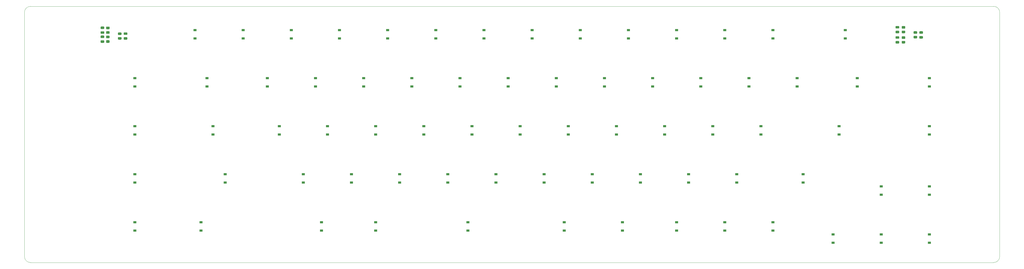
<source format=gbr>
%TF.GenerationSoftware,KiCad,Pcbnew,(5.1.9)-1*%
%TF.CreationDate,2021-05-06T09:00:53-07:00*%
%TF.ProjectId,USKB Final,55534b42-2046-4696-9e61-6c2e6b696361,rev?*%
%TF.SameCoordinates,Original*%
%TF.FileFunction,Paste,Bot*%
%TF.FilePolarity,Positive*%
%FSLAX46Y46*%
G04 Gerber Fmt 4.6, Leading zero omitted, Abs format (unit mm)*
G04 Created by KiCad (PCBNEW (5.1.9)-1) date 2021-05-06 09:00:53*
%MOMM*%
%LPD*%
G01*
G04 APERTURE LIST*
%TA.AperFunction,Profile*%
%ADD10C,0.050000*%
%TD*%
%ADD11R,1.200000X0.900000*%
G04 APERTURE END LIST*
D10*
X19050000Y-25400000D02*
X400050000Y-25400000D01*
X19050000Y-127000000D02*
X19843750Y-127000000D01*
X19050000Y-127000000D02*
G75*
G02*
X16668750Y-124618750I0J2381250D01*
G01*
X16668750Y-27781250D02*
X16668750Y-124618750D01*
X16668750Y-27781250D02*
G75*
G02*
X19050000Y-25400000I2381250J0D01*
G01*
X400050000Y-127000000D02*
X19843750Y-127000000D01*
X402431250Y-124618750D02*
G75*
G02*
X400050000Y-127000000I-2381250J0D01*
G01*
X402431250Y-27781250D02*
X402431250Y-124618750D01*
X400050000Y-25400000D02*
G75*
G02*
X402431250Y-27781250I0J-2381250D01*
G01*
%TO.C,R1*%
G36*
G01*
X363912998Y-35039250D02*
X364813002Y-35039250D01*
G75*
G02*
X365063000Y-35289248I0J-249998D01*
G01*
X365063000Y-35814252D01*
G75*
G02*
X364813002Y-36064250I-249998J0D01*
G01*
X363912998Y-36064250D01*
G75*
G02*
X363663000Y-35814252I0J249998D01*
G01*
X363663000Y-35289248D01*
G75*
G02*
X363912998Y-35039250I249998J0D01*
G01*
G37*
G36*
G01*
X363912998Y-33214250D02*
X364813002Y-33214250D01*
G75*
G02*
X365063000Y-33464248I0J-249998D01*
G01*
X365063000Y-33989252D01*
G75*
G02*
X364813002Y-34239250I-249998J0D01*
G01*
X363912998Y-34239250D01*
G75*
G02*
X363663000Y-33989252I0J249998D01*
G01*
X363663000Y-33464248D01*
G75*
G02*
X363912998Y-33214250I249998J0D01*
G01*
G37*
%TD*%
%TO.C,R2*%
G36*
G01*
X364813002Y-38303250D02*
X363912998Y-38303250D01*
G75*
G02*
X363663000Y-38053252I0J249998D01*
G01*
X363663000Y-37528248D01*
G75*
G02*
X363912998Y-37278250I249998J0D01*
G01*
X364813002Y-37278250D01*
G75*
G02*
X365063000Y-37528248I0J-249998D01*
G01*
X365063000Y-38053252D01*
G75*
G02*
X364813002Y-38303250I-249998J0D01*
G01*
G37*
G36*
G01*
X364813002Y-40128250D02*
X363912998Y-40128250D01*
G75*
G02*
X363663000Y-39878252I0J249998D01*
G01*
X363663000Y-39353248D01*
G75*
G02*
X363912998Y-39103250I249998J0D01*
G01*
X364813002Y-39103250D01*
G75*
G02*
X365063000Y-39353248I0J-249998D01*
G01*
X365063000Y-39878252D01*
G75*
G02*
X364813002Y-40128250I-249998J0D01*
G01*
G37*
%TD*%
%TO.C,R3*%
G36*
G01*
X368611998Y-37094750D02*
X369512002Y-37094750D01*
G75*
G02*
X369762000Y-37344748I0J-249998D01*
G01*
X369762000Y-37869752D01*
G75*
G02*
X369512002Y-38119750I-249998J0D01*
G01*
X368611998Y-38119750D01*
G75*
G02*
X368362000Y-37869752I0J249998D01*
G01*
X368362000Y-37344748D01*
G75*
G02*
X368611998Y-37094750I249998J0D01*
G01*
G37*
G36*
G01*
X368611998Y-35269750D02*
X369512002Y-35269750D01*
G75*
G02*
X369762000Y-35519748I0J-249998D01*
G01*
X369762000Y-36044752D01*
G75*
G02*
X369512002Y-36294750I-249998J0D01*
G01*
X368611998Y-36294750D01*
G75*
G02*
X368362000Y-36044752I0J249998D01*
G01*
X368362000Y-35519748D01*
G75*
G02*
X368611998Y-35269750I249998J0D01*
G01*
G37*
%TD*%
%TO.C,C3*%
G36*
G01*
X371823000Y-36287250D02*
X370873000Y-36287250D01*
G75*
G02*
X370623000Y-36037250I0J250000D01*
G01*
X370623000Y-35537250D01*
G75*
G02*
X370873000Y-35287250I250000J0D01*
G01*
X371823000Y-35287250D01*
G75*
G02*
X372073000Y-35537250I0J-250000D01*
G01*
X372073000Y-36037250D01*
G75*
G02*
X371823000Y-36287250I-250000J0D01*
G01*
G37*
G36*
G01*
X371823000Y-38187250D02*
X370873000Y-38187250D01*
G75*
G02*
X370623000Y-37937250I0J250000D01*
G01*
X370623000Y-37437250D01*
G75*
G02*
X370873000Y-37187250I250000J0D01*
G01*
X371823000Y-37187250D01*
G75*
G02*
X372073000Y-37437250I0J-250000D01*
G01*
X372073000Y-37937250D01*
G75*
G02*
X371823000Y-38187250I-250000J0D01*
G01*
G37*
%TD*%
%TO.C,C2*%
G36*
G01*
X361475000Y-39153250D02*
X362425000Y-39153250D01*
G75*
G02*
X362675000Y-39403250I0J-250000D01*
G01*
X362675000Y-39903250D01*
G75*
G02*
X362425000Y-40153250I-250000J0D01*
G01*
X361475000Y-40153250D01*
G75*
G02*
X361225000Y-39903250I0J250000D01*
G01*
X361225000Y-39403250D01*
G75*
G02*
X361475000Y-39153250I250000J0D01*
G01*
G37*
G36*
G01*
X361475000Y-37253250D02*
X362425000Y-37253250D01*
G75*
G02*
X362675000Y-37503250I0J-250000D01*
G01*
X362675000Y-38003250D01*
G75*
G02*
X362425000Y-38253250I-250000J0D01*
G01*
X361475000Y-38253250D01*
G75*
G02*
X361225000Y-38003250I0J250000D01*
G01*
X361225000Y-37503250D01*
G75*
G02*
X361475000Y-37253250I250000J0D01*
G01*
G37*
%TD*%
%TO.C,C1*%
G36*
G01*
X362425000Y-34189250D02*
X361475000Y-34189250D01*
G75*
G02*
X361225000Y-33939250I0J250000D01*
G01*
X361225000Y-33439250D01*
G75*
G02*
X361475000Y-33189250I250000J0D01*
G01*
X362425000Y-33189250D01*
G75*
G02*
X362675000Y-33439250I0J-250000D01*
G01*
X362675000Y-33939250D01*
G75*
G02*
X362425000Y-34189250I-250000J0D01*
G01*
G37*
G36*
G01*
X362425000Y-36089250D02*
X361475000Y-36089250D01*
G75*
G02*
X361225000Y-35839250I0J250000D01*
G01*
X361225000Y-35339250D01*
G75*
G02*
X361475000Y-35089250I250000J0D01*
G01*
X362425000Y-35089250D01*
G75*
G02*
X362675000Y-35339250I0J-250000D01*
G01*
X362675000Y-35839250D01*
G75*
G02*
X362425000Y-36089250I-250000J0D01*
G01*
G37*
%TD*%
%TO.C,R6*%
G36*
G01*
X53905998Y-37579250D02*
X54806002Y-37579250D01*
G75*
G02*
X55056000Y-37829248I0J-249998D01*
G01*
X55056000Y-38354252D01*
G75*
G02*
X54806002Y-38604250I-249998J0D01*
G01*
X53905998Y-38604250D01*
G75*
G02*
X53656000Y-38354252I0J249998D01*
G01*
X53656000Y-37829248D01*
G75*
G02*
X53905998Y-37579250I249998J0D01*
G01*
G37*
G36*
G01*
X53905998Y-35754250D02*
X54806002Y-35754250D01*
G75*
G02*
X55056000Y-36004248I0J-249998D01*
G01*
X55056000Y-36529252D01*
G75*
G02*
X54806002Y-36779250I-249998J0D01*
G01*
X53905998Y-36779250D01*
G75*
G02*
X53656000Y-36529252I0J249998D01*
G01*
X53656000Y-36004248D01*
G75*
G02*
X53905998Y-35754250I249998J0D01*
G01*
G37*
%TD*%
%TO.C,R5*%
G36*
G01*
X50101922Y-38044170D02*
X49201918Y-38044170D01*
G75*
G02*
X48951920Y-37794172I0J249998D01*
G01*
X48951920Y-37269168D01*
G75*
G02*
X49201918Y-37019170I249998J0D01*
G01*
X50101922Y-37019170D01*
G75*
G02*
X50351920Y-37269168I0J-249998D01*
G01*
X50351920Y-37794172D01*
G75*
G02*
X50101922Y-38044170I-249998J0D01*
G01*
G37*
G36*
G01*
X50101922Y-39869170D02*
X49201918Y-39869170D01*
G75*
G02*
X48951920Y-39619172I0J249998D01*
G01*
X48951920Y-39094168D01*
G75*
G02*
X49201918Y-38844170I249998J0D01*
G01*
X50101922Y-38844170D01*
G75*
G02*
X50351920Y-39094168I0J-249998D01*
G01*
X50351920Y-39619172D01*
G75*
G02*
X50101922Y-39869170I-249998J0D01*
G01*
G37*
%TD*%
%TO.C,R4*%
G36*
G01*
X49201918Y-35267850D02*
X50101922Y-35267850D01*
G75*
G02*
X50351920Y-35517848I0J-249998D01*
G01*
X50351920Y-36042852D01*
G75*
G02*
X50101922Y-36292850I-249998J0D01*
G01*
X49201918Y-36292850D01*
G75*
G02*
X48951920Y-36042852I0J249998D01*
G01*
X48951920Y-35517848D01*
G75*
G02*
X49201918Y-35267850I249998J0D01*
G01*
G37*
G36*
G01*
X49201918Y-33442850D02*
X50101922Y-33442850D01*
G75*
G02*
X50351920Y-33692848I0J-249998D01*
G01*
X50351920Y-34217852D01*
G75*
G02*
X50101922Y-34467850I-249998J0D01*
G01*
X49201918Y-34467850D01*
G75*
G02*
X48951920Y-34217852I0J249998D01*
G01*
X48951920Y-33692848D01*
G75*
G02*
X49201918Y-33442850I249998J0D01*
G01*
G37*
%TD*%
D11*
%TO.C,D_Z1*%
X127000000Y-92012500D03*
X127000000Y-95312500D03*
%TD*%
%TO.C,D_Y1*%
X207962500Y-53912500D03*
X207962500Y-57212500D03*
%TD*%
%TO.C,D_X1*%
X146050000Y-92012500D03*
X146050000Y-95312500D03*
%TD*%
%TO.C,D_Win1*%
X374650000Y-96775000D03*
X374650000Y-100075000D03*
%TD*%
%TO.C,D_W1*%
X131762500Y-53912500D03*
X131762500Y-57212500D03*
%TD*%
%TO.C,D_V1*%
X184150000Y-92012500D03*
X184150000Y-95312500D03*
%TD*%
%TO.C,D_UArrow1*%
X355600000Y-96775000D03*
X355600000Y-100075000D03*
%TD*%
%TO.C,D_U1*%
X227012500Y-53912500D03*
X227012500Y-57212500D03*
%TD*%
%TO.C,D_Tab1*%
X88900000Y-53912500D03*
X88900000Y-57212500D03*
%TD*%
%TO.C,D_T1*%
X188912500Y-53912500D03*
X188912500Y-57212500D03*
%TD*%
%TO.C,D_Space_4*%
X253206250Y-111062500D03*
X253206250Y-114362500D03*
%TD*%
%TO.C,D_Space_3*%
X230187500Y-111062500D03*
X230187500Y-114362500D03*
%TD*%
%TO.C,D_Space_2*%
X192087500Y-111062500D03*
X192087500Y-114362500D03*
%TD*%
%TO.C,D_Space1*%
X155575000Y-111062500D03*
X155575000Y-114362500D03*
%TD*%
%TO.C,D_Slash1*%
X298450000Y-92012500D03*
X298450000Y-95312500D03*
%TD*%
%TO.C,D_Shift2*%
X324643750Y-92012500D03*
X324643750Y-95312500D03*
%TD*%
%TO.C,D_Shift1*%
X96043750Y-92012500D03*
X96043750Y-95312500D03*
%TD*%
%TO.C,D_S1*%
X136525000Y-72962500D03*
X136525000Y-76262500D03*
%TD*%
%TO.C,D_RThan1*%
X279400000Y-92012500D03*
X279400000Y-95312500D03*
%TD*%
%TO.C,D_RBrace1*%
X322262500Y-53912500D03*
X322262500Y-57212500D03*
%TD*%
%TO.C,D_RArrow1*%
X374650000Y-115825000D03*
X374650000Y-119125000D03*
%TD*%
%TO.C,D_R1*%
X169862500Y-53912500D03*
X169862500Y-57212500D03*
%TD*%
%TO.C,D_Q1*%
X112712500Y-53912500D03*
X112712500Y-57212500D03*
%TD*%
%TO.C,D_Plus1*%
X312737500Y-34862500D03*
X312737500Y-38162500D03*
%TD*%
%TO.C,D_P1*%
X284162500Y-53912500D03*
X284162500Y-57212500D03*
%TD*%
%TO.C,D_O1*%
X265112500Y-53912500D03*
X265112500Y-57212500D03*
%TD*%
%TO.C,D_Num9*%
X255587500Y-34862500D03*
X255587500Y-38162500D03*
%TD*%
%TO.C,D_Num8*%
X236537500Y-34862500D03*
X236537500Y-38162500D03*
%TD*%
%TO.C,D_Num7*%
X217487500Y-34862500D03*
X217487500Y-38162500D03*
%TD*%
%TO.C,D_Num6*%
X198437500Y-34862500D03*
X198437500Y-38162500D03*
%TD*%
%TO.C,D_Num5*%
X179387500Y-34862500D03*
X179387500Y-38162500D03*
%TD*%
%TO.C,D_Num4*%
X160337500Y-34862500D03*
X160337500Y-38162500D03*
%TD*%
%TO.C,D_Num3*%
X141287500Y-34862500D03*
X141287500Y-38162500D03*
%TD*%
%TO.C,D_Num2*%
X122237500Y-34862500D03*
X122237500Y-38162500D03*
%TD*%
%TO.C,D_Num1*%
X103187500Y-34862500D03*
X103187500Y-38162500D03*
%TD*%
%TO.C,D_Num0*%
X274637500Y-34862500D03*
X274637500Y-38162500D03*
%TD*%
%TO.C,D_N1*%
X222250000Y-92012500D03*
X222250000Y-95312500D03*
%TD*%
%TO.C,D_Minus1*%
X293687500Y-34862500D03*
X293687500Y-38162500D03*
%TD*%
%TO.C,D_M1*%
X241300000Y-92012500D03*
X241300000Y-95312500D03*
%TD*%
%TO.C,D_LThan1*%
X260350000Y-92012500D03*
X260350000Y-95312500D03*
%TD*%
%TO.C,D_LBrace1*%
X303212500Y-53912500D03*
X303212500Y-57212500D03*
%TD*%
%TO.C,D_LArrow1*%
X336550000Y-115825000D03*
X336550000Y-119125000D03*
%TD*%
%TO.C,D_L1*%
X269875000Y-72962500D03*
X269875000Y-76262500D03*
%TD*%
%TO.C,D_K1*%
X250825000Y-72962500D03*
X250825000Y-76262500D03*
%TD*%
%TO.C,D_J1*%
X231775000Y-72962500D03*
X231775000Y-76262500D03*
%TD*%
%TO.C,D_I1*%
X246062500Y-53912500D03*
X246062500Y-57212500D03*
%TD*%
%TO.C,D_H1*%
X212725000Y-72962500D03*
X212725000Y-76262500D03*
%TD*%
%TO.C,D_G1*%
X193675000Y-72962500D03*
X193675000Y-76262500D03*
%TD*%
%TO.C,D_Fn1*%
X293687500Y-111062500D03*
X293687500Y-114362500D03*
%TD*%
%TO.C,D_F18*%
X374650000Y-72962500D03*
X374650000Y-76262500D03*
%TD*%
%TO.C,D_F17*%
X374650000Y-53912500D03*
X374650000Y-57212500D03*
%TD*%
%TO.C,D_F16*%
X60325000Y-111062500D03*
X60325000Y-114362500D03*
%TD*%
%TO.C,D_F15*%
X60325000Y-92012500D03*
X60325000Y-95312500D03*
%TD*%
%TO.C,D_F14*%
X60325000Y-72962500D03*
X60325000Y-76262500D03*
%TD*%
%TO.C,D_F13*%
X60325000Y-53912500D03*
X60325000Y-57212500D03*
%TD*%
%TO.C,D_F1*%
X174625000Y-72962500D03*
X174625000Y-76262500D03*
%TD*%
%TO.C,D_Esc1*%
X84137500Y-34862500D03*
X84137500Y-38162500D03*
%TD*%
%TO.C,D_Enter1*%
X338931250Y-72962500D03*
X338931250Y-76262500D03*
%TD*%
%TO.C,D_E1*%
X150812500Y-53912500D03*
X150812500Y-57212500D03*
%TD*%
%TO.C,D_DArrow1*%
X355600000Y-115825000D03*
X355600000Y-119125000D03*
%TD*%
%TO.C,D_D1*%
X155575000Y-72962500D03*
X155575000Y-76262500D03*
%TD*%
%TO.C,D_Ctrl2*%
X312737500Y-111062500D03*
X312737500Y-114362500D03*
%TD*%
%TO.C,D_Ctrl1*%
X86518750Y-111062500D03*
X86518750Y-114362500D03*
%TD*%
%TO.C,D_Colon1*%
X288925000Y-72962500D03*
X288925000Y-76262500D03*
%TD*%
%TO.C,D_Caps1*%
X91281250Y-72962500D03*
X91281250Y-76262500D03*
%TD*%
%TO.C,D_C1*%
X165100000Y-92012500D03*
X165100000Y-95312500D03*
%TD*%
%TO.C,D_BSlash1*%
X346075000Y-53912500D03*
X346075000Y-57212500D03*
%TD*%
%TO.C,D_Backspace1*%
X341312500Y-34862500D03*
X341312500Y-38162500D03*
%TD*%
%TO.C,D_B1*%
X203200000Y-92012500D03*
X203200000Y-95312500D03*
%TD*%
%TO.C,D_Apostrophe1*%
X307975000Y-72962500D03*
X307975000Y-76262500D03*
%TD*%
%TO.C,D_Alt2*%
X274637500Y-111062500D03*
X274637500Y-114362500D03*
%TD*%
%TO.C,D_Alt1*%
X134143750Y-111062500D03*
X134143750Y-114362500D03*
%TD*%
%TO.C,D_A1*%
X117475000Y-72962500D03*
X117475000Y-76262500D03*
%TD*%
%TO.C,C6*%
G36*
G01*
X57117000Y-36729250D02*
X56167000Y-36729250D01*
G75*
G02*
X55917000Y-36479250I0J250000D01*
G01*
X55917000Y-35979250D01*
G75*
G02*
X56167000Y-35729250I250000J0D01*
G01*
X57117000Y-35729250D01*
G75*
G02*
X57367000Y-35979250I0J-250000D01*
G01*
X57367000Y-36479250D01*
G75*
G02*
X57117000Y-36729250I-250000J0D01*
G01*
G37*
G36*
G01*
X57117000Y-38629250D02*
X56167000Y-38629250D01*
G75*
G02*
X55917000Y-38379250I0J250000D01*
G01*
X55917000Y-37879250D01*
G75*
G02*
X56167000Y-37629250I250000J0D01*
G01*
X57117000Y-37629250D01*
G75*
G02*
X57367000Y-37879250I0J-250000D01*
G01*
X57367000Y-38379250D01*
G75*
G02*
X57117000Y-38629250I-250000J0D01*
G01*
G37*
%TD*%
%TO.C,C5*%
G36*
G01*
X47028080Y-38873850D02*
X47978080Y-38873850D01*
G75*
G02*
X48228080Y-39123850I0J-250000D01*
G01*
X48228080Y-39623850D01*
G75*
G02*
X47978080Y-39873850I-250000J0D01*
G01*
X47028080Y-39873850D01*
G75*
G02*
X46778080Y-39623850I0J250000D01*
G01*
X46778080Y-39123850D01*
G75*
G02*
X47028080Y-38873850I250000J0D01*
G01*
G37*
G36*
G01*
X47028080Y-36973850D02*
X47978080Y-36973850D01*
G75*
G02*
X48228080Y-37223850I0J-250000D01*
G01*
X48228080Y-37723850D01*
G75*
G02*
X47978080Y-37973850I-250000J0D01*
G01*
X47028080Y-37973850D01*
G75*
G02*
X46778080Y-37723850I0J250000D01*
G01*
X46778080Y-37223850D01*
G75*
G02*
X47028080Y-36973850I250000J0D01*
G01*
G37*
%TD*%
%TO.C,C4*%
G36*
G01*
X47978080Y-34397530D02*
X47028080Y-34397530D01*
G75*
G02*
X46778080Y-34147530I0J250000D01*
G01*
X46778080Y-33647530D01*
G75*
G02*
X47028080Y-33397530I250000J0D01*
G01*
X47978080Y-33397530D01*
G75*
G02*
X48228080Y-33647530I0J-250000D01*
G01*
X48228080Y-34147530D01*
G75*
G02*
X47978080Y-34397530I-250000J0D01*
G01*
G37*
G36*
G01*
X47978080Y-36297530D02*
X47028080Y-36297530D01*
G75*
G02*
X46778080Y-36047530I0J250000D01*
G01*
X46778080Y-35547530D01*
G75*
G02*
X47028080Y-35297530I250000J0D01*
G01*
X47978080Y-35297530D01*
G75*
G02*
X48228080Y-35547530I0J-250000D01*
G01*
X48228080Y-36047530D01*
G75*
G02*
X47978080Y-36297530I-250000J0D01*
G01*
G37*
%TD*%
M02*

</source>
